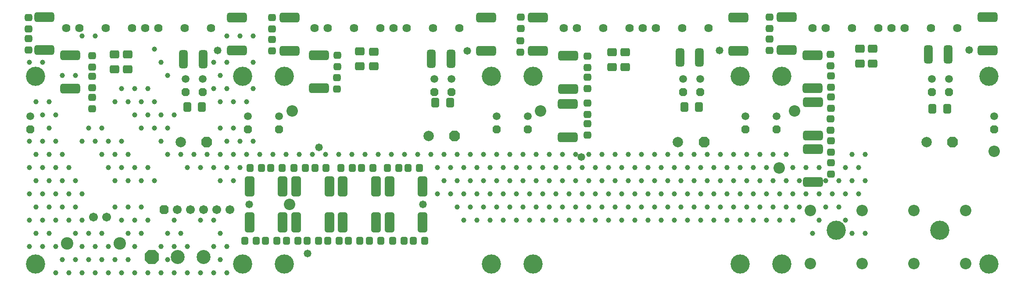
<source format=gbr>
%TF.GenerationSoftware,Altium Limited,Altium Designer,21.6.4 (81)*%
G04 Layer_Color=8388736*
%FSLAX45Y45*%
%MOMM*%
%TF.SameCoordinates,E19561C2-E2DB-472D-B720-4EF24A879867*%
%TF.FilePolarity,Negative*%
%TF.FileFunction,Soldermask,Top*%
%TF.Part,Single*%
G01*
G75*
%TA.AperFunction,ComponentPad*%
%ADD36C,1.62560*%
%ADD37C,2.20320*%
G04:AMPARAMS|DCode=38|XSize=2.0032mm|YSize=2.0032mm|CornerRadius=0mm|HoleSize=0mm|Usage=FLASHONLY|Rotation=180.000|XOffset=0mm|YOffset=0mm|HoleType=Round|Shape=Octagon|*
%AMOCTAGOND38*
4,1,8,-1.00160,0.50080,-1.00160,-0.50080,-0.50080,-1.00160,0.50080,-1.00160,1.00160,-0.50080,1.00160,0.50080,0.50080,1.00160,-0.50080,1.00160,-1.00160,0.50080,0.0*
%
%ADD38OCTAGOND38*%

%ADD39C,2.00320*%
%ADD40C,1.70320*%
G04:AMPARAMS|DCode=41|XSize=1.7032mm|YSize=1.7032mm|CornerRadius=0mm|HoleSize=0mm|Usage=FLASHONLY|Rotation=180.000|XOffset=0mm|YOffset=0mm|HoleType=Round|Shape=Octagon|*
%AMOCTAGOND41*
4,1,8,-0.85160,0.42580,-0.85160,-0.42580,-0.42580,-0.85160,0.42580,-0.85160,0.85160,-0.42580,0.85160,0.42580,0.42580,0.85160,-0.42580,0.85160,-0.85160,0.42580,0.0*
%
%ADD41OCTAGOND41*%

%ADD42C,2.40320*%
G04:AMPARAMS|DCode=43|XSize=1.5032mm|YSize=1.5032mm|CornerRadius=0mm|HoleSize=0mm|Usage=FLASHONLY|Rotation=270.000|XOffset=0mm|YOffset=0mm|HoleType=Round|Shape=Octagon|*
%AMOCTAGOND43*
4,1,8,-0.37580,-0.75160,0.37580,-0.75160,0.75160,-0.37580,0.75160,0.37580,0.37580,0.75160,-0.37580,0.75160,-0.75160,0.37580,-0.75160,-0.37580,-0.37580,-0.75160,0.0*
%
%ADD43OCTAGOND43*%

%ADD44C,1.50320*%
%ADD45C,3.70320*%
%TA.AperFunction,ViaPad*%
%ADD46C,3.70320*%
%TA.AperFunction,ComponentPad*%
G04:AMPARAMS|DCode=47|XSize=2.7032mm|YSize=2.7032mm|CornerRadius=0mm|HoleSize=0mm|Usage=FLASHONLY|Rotation=0.000|XOffset=0mm|YOffset=0mm|HoleType=Round|Shape=Octagon|*
%AMOCTAGOND47*
4,1,8,1.35160,-0.67580,1.35160,0.67580,0.67580,1.35160,-0.67580,1.35160,-1.35160,0.67580,-1.35160,-0.67580,-0.67580,-1.35160,0.67580,-1.35160,1.35160,-0.67580,0.0*
%
%ADD47OCTAGOND47*%

%ADD48C,2.70320*%
%TA.AperFunction,ViaPad*%
%ADD49C,1.00320*%
%ADD50C,1.47320*%
%TA.AperFunction,SMDPad,CuDef*%
G04:AMPARAMS|DCode=53|XSize=3.9032mm|YSize=1.9032mm|CornerRadius=0.5266mm|HoleSize=0mm|Usage=FLASHONLY|Rotation=90.000|XOffset=0mm|YOffset=0mm|HoleType=Round|Shape=RoundedRectangle|*
%AMROUNDEDRECTD53*
21,1,3.90320,0.85000,0,0,90.0*
21,1,2.85000,1.90320,0,0,90.0*
1,1,1.05320,0.42500,1.42500*
1,1,1.05320,0.42500,-1.42500*
1,1,1.05320,-0.42500,-1.42500*
1,1,1.05320,-0.42500,1.42500*
%
%ADD53ROUNDEDRECTD53*%
G04:AMPARAMS|DCode=54|XSize=1.4032mm|YSize=1.5032mm|CornerRadius=0.4016mm|HoleSize=0mm|Usage=FLASHONLY|Rotation=90.000|XOffset=0mm|YOffset=0mm|HoleType=Round|Shape=RoundedRectangle|*
%AMROUNDEDRECTD54*
21,1,1.40320,0.70000,0,0,90.0*
21,1,0.60000,1.50320,0,0,90.0*
1,1,0.80320,0.35000,0.30000*
1,1,0.80320,0.35000,-0.30000*
1,1,0.80320,-0.35000,-0.30000*
1,1,0.80320,-0.35000,0.30000*
%
%ADD54ROUNDEDRECTD54*%
G04:AMPARAMS|DCode=55|XSize=3.5032mm|YSize=1.7032mm|CornerRadius=0.4766mm|HoleSize=0mm|Usage=FLASHONLY|Rotation=90.000|XOffset=0mm|YOffset=0mm|HoleType=Round|Shape=RoundedRectangle|*
%AMROUNDEDRECTD55*
21,1,3.50320,0.75000,0,0,90.0*
21,1,2.55000,1.70320,0,0,90.0*
1,1,0.95320,0.37500,1.27500*
1,1,0.95320,0.37500,-1.27500*
1,1,0.95320,-0.37500,-1.27500*
1,1,0.95320,-0.37500,1.27500*
%
%ADD55ROUNDEDRECTD55*%
G04:AMPARAMS|DCode=56|XSize=1.4032mm|YSize=1.5032mm|CornerRadius=0.4016mm|HoleSize=0mm|Usage=FLASHONLY|Rotation=180.000|XOffset=0mm|YOffset=0mm|HoleType=Round|Shape=RoundedRectangle|*
%AMROUNDEDRECTD56*
21,1,1.40320,0.70000,0,0,180.0*
21,1,0.60000,1.50320,0,0,180.0*
1,1,0.80320,-0.30000,0.35000*
1,1,0.80320,0.30000,0.35000*
1,1,0.80320,0.30000,-0.35000*
1,1,0.80320,-0.30000,-0.35000*
%
%ADD56ROUNDEDRECTD56*%
G04:AMPARAMS|DCode=57|XSize=3.9032mm|YSize=1.9032mm|CornerRadius=0.5266mm|HoleSize=0mm|Usage=FLASHONLY|Rotation=180.000|XOffset=0mm|YOffset=0mm|HoleType=Round|Shape=RoundedRectangle|*
%AMROUNDEDRECTD57*
21,1,3.90320,0.85000,0,0,180.0*
21,1,2.85000,1.90320,0,0,180.0*
1,1,1.05320,-1.42500,0.42500*
1,1,1.05320,1.42500,0.42500*
1,1,1.05320,1.42500,-0.42500*
1,1,1.05320,-1.42500,-0.42500*
%
%ADD57ROUNDEDRECTD57*%
G04:AMPARAMS|DCode=58|XSize=1.9032mm|YSize=1.6032mm|CornerRadius=0.4516mm|HoleSize=0mm|Usage=FLASHONLY|Rotation=180.000|XOffset=0mm|YOffset=0mm|HoleType=Round|Shape=RoundedRectangle|*
%AMROUNDEDRECTD58*
21,1,1.90320,0.70000,0,0,180.0*
21,1,1.00000,1.60320,0,0,180.0*
1,1,0.90320,-0.50000,0.35000*
1,1,0.90320,0.50000,0.35000*
1,1,0.90320,0.50000,-0.35000*
1,1,0.90320,-0.50000,-0.35000*
%
%ADD58ROUNDEDRECTD58*%
G04:AMPARAMS|DCode=59|XSize=1.9032mm|YSize=1.6032mm|CornerRadius=0.4516mm|HoleSize=0mm|Usage=FLASHONLY|Rotation=90.000|XOffset=0mm|YOffset=0mm|HoleType=Round|Shape=RoundedRectangle|*
%AMROUNDEDRECTD59*
21,1,1.90320,0.70000,0,0,90.0*
21,1,1.00000,1.60320,0,0,90.0*
1,1,0.90320,0.35000,0.50000*
1,1,0.90320,0.35000,-0.50000*
1,1,0.90320,-0.35000,-0.50000*
1,1,0.90320,-0.35000,0.50000*
%
%ADD59ROUNDEDRECTD59*%
D36*
X18140680Y-398780D02*
D03*
X17632680D02*
D03*
X17124680D02*
D03*
X16870680D02*
D03*
X16616679D02*
D03*
X16108681D02*
D03*
X15600681D02*
D03*
X15346680D02*
D03*
X13335001D02*
D03*
X12827000D02*
D03*
X12319000D02*
D03*
X12065000D02*
D03*
X11811000D02*
D03*
X11303000D02*
D03*
X10795000D02*
D03*
X10541000D02*
D03*
X3738880D02*
D03*
X3230880D02*
D03*
X2722880D02*
D03*
X2468880D02*
D03*
X2214880D02*
D03*
X1706880D02*
D03*
X1198880D02*
D03*
X944880D02*
D03*
X5737860D02*
D03*
X5991860D02*
D03*
X6499860D02*
D03*
X7007860D02*
D03*
X7261860D02*
D03*
X7515860D02*
D03*
X8023860D02*
D03*
X8531860D02*
D03*
D37*
X14700000Y-3100000D02*
D03*
X15000000Y-2000000D02*
D03*
X18850000Y-2775000D02*
D03*
X10100000Y-2000000D02*
D03*
X5300000D02*
D03*
X18300000Y-3920000D02*
D03*
X17300000D02*
D03*
X18300000Y-4940000D02*
D03*
X17300000D02*
D03*
X16300000Y-3920000D02*
D03*
X15300000D02*
D03*
X16300000Y-4940000D02*
D03*
X15300000D02*
D03*
X5250000Y-3800000D02*
D03*
D38*
X13250000Y-2600000D02*
D03*
X18050000D02*
D03*
X8438960Y-2476500D02*
D03*
X3650000Y-2600000D02*
D03*
D39*
X12750000D02*
D03*
X17550000D02*
D03*
X7938960Y-2476500D02*
D03*
X3150000Y-2600000D02*
D03*
D40*
X4102100Y-3903980D02*
D03*
X3848100D02*
D03*
X3594100D02*
D03*
X3340100D02*
D03*
X3086100D02*
D03*
X1467000Y-4042000D02*
D03*
X1721000D02*
D03*
D41*
X2832100Y-3903980D02*
D03*
D42*
X959000Y-4550000D02*
D03*
X1975000D02*
D03*
D43*
X14650000Y-2354000D02*
D03*
X17650000Y-1629000D02*
D03*
X17975000D02*
D03*
X18850000Y-2354000D02*
D03*
X9850000Y-2354000D02*
D03*
X12850000Y-1629000D02*
D03*
X13175000D02*
D03*
X14050000Y-2354000D02*
D03*
X5050000D02*
D03*
X8050000Y-1629000D02*
D03*
X8375000D02*
D03*
X9250000Y-2354000D02*
D03*
X3250000Y-1629000D02*
D03*
X3575000Y-1629000D02*
D03*
X4450000Y-2354000D02*
D03*
X250000D02*
D03*
D44*
X14650000Y-2100000D02*
D03*
X17650000Y-1375000D02*
D03*
X17975000D02*
D03*
X18850000Y-2100000D02*
D03*
X9850000Y-2100000D02*
D03*
X12850000Y-1375000D02*
D03*
X13175000D02*
D03*
X14050000Y-2100000D02*
D03*
X5050000D02*
D03*
X8050000Y-1375000D02*
D03*
X8375000D02*
D03*
X9250000Y-2100000D02*
D03*
X3250000Y-1375000D02*
D03*
X3575000Y-1375000D02*
D03*
X4450000Y-2100000D02*
D03*
X250000D02*
D03*
D45*
X17800000Y-4300000D02*
D03*
X15800000D02*
D03*
D46*
X18750000Y-1325000D02*
D03*
X14750000D02*
D03*
X13950000Y-1325000D02*
D03*
X9950000D02*
D03*
X9150000D02*
D03*
X5150000D02*
D03*
X4350000Y-1325000D02*
D03*
X18750000Y-4950000D02*
D03*
X4350000D02*
D03*
X14750000Y-4950000D02*
D03*
X5150000Y-4950000D02*
D03*
X9150000D02*
D03*
X350000D02*
D03*
X13950000D02*
D03*
X9950000D02*
D03*
X350000Y-1325000D02*
D03*
D47*
X2597530Y-4814570D02*
D03*
D48*
X3097530D02*
D03*
X3597530D02*
D03*
D49*
X16361000Y-2832000D02*
D03*
X16234000Y-3086000D02*
D03*
X16361000Y-3340000D02*
D03*
X16234000Y-3594000D02*
D03*
X16361000Y-4356000D02*
D03*
X16107001Y-2832000D02*
D03*
X15980000Y-3086000D02*
D03*
X16107001Y-3340000D02*
D03*
X15980000Y-3594000D02*
D03*
Y-4102000D02*
D03*
X16107001Y-4356000D02*
D03*
X15853000Y-3340000D02*
D03*
X15725999Y-3594000D02*
D03*
X15853000Y-3848000D02*
D03*
X15472000Y-3086000D02*
D03*
X15599001Y-3340000D02*
D03*
X15472000Y-3594000D02*
D03*
X15599001Y-3848000D02*
D03*
X15472000Y-4102000D02*
D03*
X15217999Y-3086000D02*
D03*
Y-3594000D02*
D03*
X15345000Y-4356000D02*
D03*
X14964000Y-3086000D02*
D03*
X15091000Y-3340000D02*
D03*
X14964000Y-3594000D02*
D03*
X15091000Y-3848000D02*
D03*
X14964000Y-4102000D02*
D03*
X14837000Y-2832000D02*
D03*
X14710001Y-3086000D02*
D03*
X14837000Y-3340000D02*
D03*
X14710001Y-3594000D02*
D03*
X14837000Y-3848000D02*
D03*
X14710001Y-4102000D02*
D03*
X14583000Y-2832000D02*
D03*
X14456000Y-3086000D02*
D03*
X14583000Y-3340000D02*
D03*
X14456000Y-3594000D02*
D03*
X14583000Y-3848000D02*
D03*
X14456000Y-4102000D02*
D03*
X14328999Y-2832000D02*
D03*
X14202000Y-3086000D02*
D03*
X14328999Y-3340000D02*
D03*
X14202000Y-3594000D02*
D03*
X14328999Y-3848000D02*
D03*
X14202000Y-4102000D02*
D03*
X14075000Y-2832000D02*
D03*
X13948000Y-3086000D02*
D03*
X14075000Y-3340000D02*
D03*
X13948000Y-3594000D02*
D03*
X14075000Y-3848000D02*
D03*
X13948000Y-4102000D02*
D03*
X13821001Y-2832000D02*
D03*
X13694000Y-3086000D02*
D03*
X13821001Y-3340000D02*
D03*
X13694000Y-3594000D02*
D03*
X13821001Y-3848000D02*
D03*
X13694000Y-4102000D02*
D03*
X13567000Y-2832000D02*
D03*
X13439999Y-3086000D02*
D03*
X13567000Y-3340000D02*
D03*
X13439999Y-3594000D02*
D03*
X13567000Y-3848000D02*
D03*
X13439999Y-4102000D02*
D03*
X13313000Y-2832000D02*
D03*
X13186000Y-3086000D02*
D03*
X13313000Y-3340000D02*
D03*
X13186000Y-3594000D02*
D03*
X13313000Y-3848000D02*
D03*
X13186000Y-4102000D02*
D03*
X13059000Y-2832000D02*
D03*
X12932001Y-3086000D02*
D03*
X13059000Y-3340000D02*
D03*
X12932001Y-3594000D02*
D03*
X13059000Y-3848000D02*
D03*
X12932001Y-4102000D02*
D03*
X12805000Y-2832000D02*
D03*
X12678000Y-3086000D02*
D03*
X12805000Y-3340000D02*
D03*
X12678000Y-3594000D02*
D03*
X12805000Y-3848000D02*
D03*
X12678000Y-4102000D02*
D03*
X12551000Y-2832000D02*
D03*
X12424000Y-3086000D02*
D03*
X12551000Y-3340000D02*
D03*
X12424000Y-3594000D02*
D03*
X12551000Y-3848000D02*
D03*
X12424000Y-4102000D02*
D03*
X12297000Y-2832000D02*
D03*
X12170000Y-3086000D02*
D03*
X12297000Y-3340000D02*
D03*
X12170000Y-3594000D02*
D03*
X12297000Y-3848000D02*
D03*
X12170000Y-4102000D02*
D03*
X12043000Y-2832000D02*
D03*
X11916000Y-3086000D02*
D03*
X12043000Y-3340000D02*
D03*
X11916000Y-3594000D02*
D03*
X12043000Y-3848000D02*
D03*
X11916000Y-4102000D02*
D03*
X11789000Y-2832000D02*
D03*
X11662000Y-3086000D02*
D03*
X11789000Y-3340000D02*
D03*
X11662000Y-3594000D02*
D03*
X11789000Y-3848000D02*
D03*
X11662000Y-4102000D02*
D03*
X11535000Y-2832000D02*
D03*
X11408000Y-3086000D02*
D03*
X11535000Y-3340000D02*
D03*
X11408000Y-3594000D02*
D03*
X11535000Y-3848000D02*
D03*
X11408000Y-4102000D02*
D03*
X11281000Y-2832000D02*
D03*
X11154000Y-3086000D02*
D03*
X11281000Y-3340000D02*
D03*
X11154000Y-3594000D02*
D03*
X11281000Y-3848000D02*
D03*
X11154000Y-4102000D02*
D03*
X11027000Y-2832000D02*
D03*
X10900000Y-3086000D02*
D03*
X11027000Y-3340000D02*
D03*
X10900000Y-3594000D02*
D03*
X11027000Y-3848000D02*
D03*
X10900000Y-4102000D02*
D03*
X10773000Y-2832000D02*
D03*
X10646000Y-3086000D02*
D03*
X10773000Y-3340000D02*
D03*
X10646000Y-3594000D02*
D03*
X10773000Y-3848000D02*
D03*
X10646000Y-4102000D02*
D03*
X10519000Y-2832000D02*
D03*
X10392000Y-3086000D02*
D03*
X10519000Y-3340000D02*
D03*
X10392000Y-3594000D02*
D03*
X10519000Y-3848000D02*
D03*
X10392000Y-4102000D02*
D03*
X10265000Y-2832000D02*
D03*
X10138000Y-3086000D02*
D03*
X10265000Y-3340000D02*
D03*
X10138000Y-3594000D02*
D03*
X10265000Y-3848000D02*
D03*
X10138000Y-4102000D02*
D03*
X10011000Y-2832000D02*
D03*
X9884000Y-3086000D02*
D03*
X10011000Y-3340000D02*
D03*
X9884000Y-3594000D02*
D03*
X10011000Y-3848000D02*
D03*
X9884000Y-4102000D02*
D03*
X9757000Y-2832000D02*
D03*
X9630000Y-3086000D02*
D03*
X9757000Y-3340000D02*
D03*
X9630000Y-3594000D02*
D03*
X9757000Y-3848000D02*
D03*
X9630000Y-4102000D02*
D03*
X9503000Y-2832000D02*
D03*
X9376000Y-3086000D02*
D03*
X9503000Y-3340000D02*
D03*
X9376000Y-3594000D02*
D03*
X9503000Y-3848000D02*
D03*
X9376000Y-4102000D02*
D03*
X9249000Y-2832000D02*
D03*
X9122000Y-3086000D02*
D03*
X9249000Y-3340000D02*
D03*
X9122000Y-3594000D02*
D03*
X9249000Y-3848000D02*
D03*
X9122000Y-4102000D02*
D03*
X8995000Y-2832000D02*
D03*
X8868000Y-3086000D02*
D03*
X8995000Y-3340000D02*
D03*
X8868000Y-3594000D02*
D03*
X8995000Y-3848000D02*
D03*
X8868000Y-4102000D02*
D03*
X8741000Y-2832000D02*
D03*
X8614000Y-3086000D02*
D03*
X8741000Y-3340000D02*
D03*
X8614000Y-3594000D02*
D03*
X8741000Y-3848000D02*
D03*
X8614000Y-4102000D02*
D03*
X8487000Y-2832000D02*
D03*
X8360000Y-3086000D02*
D03*
X8487000Y-3340000D02*
D03*
X8360000Y-3594000D02*
D03*
X8487000Y-3848000D02*
D03*
X8233000Y-2832000D02*
D03*
X8106000Y-3086000D02*
D03*
X8233000Y-3340000D02*
D03*
X8106000Y-3594000D02*
D03*
X7979000Y-2832000D02*
D03*
X7725000D02*
D03*
X7471000D02*
D03*
X7217000D02*
D03*
X6963000D02*
D03*
X6709000D02*
D03*
X6455000D02*
D03*
X6201000D02*
D03*
X5947000D02*
D03*
X5693000D02*
D03*
X5439000D02*
D03*
X5185000D02*
D03*
X4931000D02*
D03*
X4550000Y-546000D02*
D03*
Y-1054000D02*
D03*
Y-1562000D02*
D03*
Y-2578000D02*
D03*
X4677000Y-2832000D02*
D03*
X4296000Y-546000D02*
D03*
X4423000Y-1816000D02*
D03*
X4296000Y-2578000D02*
D03*
X4423000Y-2832000D02*
D03*
X4296000Y-3086000D02*
D03*
X4042000Y-546000D02*
D03*
Y-1054000D02*
D03*
Y-1562000D02*
D03*
X4169000Y-1816000D02*
D03*
Y-2324000D02*
D03*
X4042000Y-2578000D02*
D03*
X4169000Y-2832000D02*
D03*
X4042000Y-3086000D02*
D03*
X4169000Y-3340000D02*
D03*
X4042000Y-4610000D02*
D03*
Y-5118000D02*
D03*
X3788000Y-1054000D02*
D03*
X3915000Y-1308000D02*
D03*
X3788000Y-1562000D02*
D03*
X3915000Y-1816000D02*
D03*
Y-2324000D02*
D03*
Y-2832000D02*
D03*
X3788000Y-3086000D02*
D03*
X3915000Y-3340000D02*
D03*
X3788000Y-4102000D02*
D03*
X3915000Y-4356000D02*
D03*
X3788000Y-4610000D02*
D03*
X3915000Y-4864000D02*
D03*
X3788000Y-5118000D02*
D03*
X3661000Y-2832000D02*
D03*
X3534000Y-3086000D02*
D03*
Y-4102000D02*
D03*
Y-5118000D02*
D03*
X3407000Y-2832000D02*
D03*
X3280000Y-3086000D02*
D03*
Y-4610000D02*
D03*
Y-5118000D02*
D03*
X3026000Y-2070000D02*
D03*
X3153000Y-2832000D02*
D03*
X3026000Y-4102000D02*
D03*
X3153000Y-4356000D02*
D03*
X3026000Y-4610000D02*
D03*
Y-5118000D02*
D03*
X2772000Y-1054000D02*
D03*
X2899000Y-1308000D02*
D03*
X2772000Y-2070000D02*
D03*
X2899000Y-2324000D02*
D03*
X2772000Y-2578000D02*
D03*
X2899000Y-2832000D02*
D03*
Y-4356000D02*
D03*
X2772000Y-4610000D02*
D03*
X2899000Y-4864000D02*
D03*
X2772000Y-5118000D02*
D03*
X2645000Y-800000D02*
D03*
X2518000Y-1562000D02*
D03*
X2645000Y-1816000D02*
D03*
X2518000Y-2070000D02*
D03*
X2645000Y-2324000D02*
D03*
X2518000Y-3086000D02*
D03*
X2645000Y-3340000D02*
D03*
X2518000Y-4102000D02*
D03*
Y-5118000D02*
D03*
X2264000Y-1562000D02*
D03*
X2391000Y-1816000D02*
D03*
X2264000Y-2070000D02*
D03*
X2391000Y-2324000D02*
D03*
X2264000Y-3086000D02*
D03*
X2391000Y-3340000D02*
D03*
Y-3848000D02*
D03*
X2264000Y-4102000D02*
D03*
X2391000Y-4356000D02*
D03*
X2264000Y-4610000D02*
D03*
Y-5118000D02*
D03*
X2010000Y-1562000D02*
D03*
X2137000Y-1816000D02*
D03*
X2010000Y-2578000D02*
D03*
X2137000Y-2832000D02*
D03*
X2010000Y-3086000D02*
D03*
X2137000Y-3340000D02*
D03*
Y-3848000D02*
D03*
X2010000Y-4102000D02*
D03*
X2137000Y-4356000D02*
D03*
Y-4864000D02*
D03*
X2010000Y-5118000D02*
D03*
X1883000Y-1816000D02*
D03*
X1756000Y-2578000D02*
D03*
X1883000Y-2832000D02*
D03*
X1756000Y-3086000D02*
D03*
X1883000Y-3340000D02*
D03*
Y-3848000D02*
D03*
X1756000Y-4610000D02*
D03*
X1883000Y-4864000D02*
D03*
X1756000Y-5118000D02*
D03*
X1502000Y-546000D02*
D03*
X1629000Y-2324000D02*
D03*
X1502000Y-2578000D02*
D03*
X1629000Y-2832000D02*
D03*
Y-4356000D02*
D03*
X1502000Y-4610000D02*
D03*
X1629000Y-4864000D02*
D03*
X1502000Y-5118000D02*
D03*
X1248000Y-546000D02*
D03*
X1375000Y-2324000D02*
D03*
X1248000Y-2578000D02*
D03*
Y-3594000D02*
D03*
Y-4102000D02*
D03*
X1375000Y-4356000D02*
D03*
X1248000Y-4610000D02*
D03*
X1375000Y-4864000D02*
D03*
X1248000Y-5118000D02*
D03*
X1121000Y-1308000D02*
D03*
X994000Y-3086000D02*
D03*
X1121000Y-3340000D02*
D03*
X994000Y-3594000D02*
D03*
X1121000Y-3848000D02*
D03*
X994000Y-4102000D02*
D03*
X1121000Y-4356000D02*
D03*
Y-4864000D02*
D03*
X994000Y-5118000D02*
D03*
X867000Y-1308000D02*
D03*
X740000Y-2070000D02*
D03*
Y-2578000D02*
D03*
X867000Y-2832000D02*
D03*
X740000Y-3086000D02*
D03*
X867000Y-3340000D02*
D03*
X740000Y-3594000D02*
D03*
X867000Y-3848000D02*
D03*
X740000Y-4102000D02*
D03*
Y-4610000D02*
D03*
X867000Y-4864000D02*
D03*
X740000Y-5118000D02*
D03*
X486000Y-1054000D02*
D03*
X613000Y-1816000D02*
D03*
X486000Y-2070000D02*
D03*
X613000Y-2324000D02*
D03*
X486000Y-2578000D02*
D03*
X613000Y-2832000D02*
D03*
X486000Y-3086000D02*
D03*
X613000Y-3340000D02*
D03*
X486000Y-3594000D02*
D03*
X613000Y-3848000D02*
D03*
X486000Y-4102000D02*
D03*
X613000Y-4356000D02*
D03*
X486000Y-4610000D02*
D03*
X232000Y-1054000D02*
D03*
X359000Y-1816000D02*
D03*
X232000Y-2578000D02*
D03*
X359000Y-2832000D02*
D03*
X232000Y-3086000D02*
D03*
X359000Y-3340000D02*
D03*
X232000Y-3594000D02*
D03*
X359000Y-3848000D02*
D03*
X232000Y-4102000D02*
D03*
X359000Y-4356000D02*
D03*
X232000Y-4610000D02*
D03*
D50*
X13550861Y-828040D02*
D03*
X7825000Y-3800000D02*
D03*
X5600000Y-4750000D02*
D03*
X4475000Y-3800000D02*
D03*
X10883900Y-2882900D02*
D03*
X5821680Y-2702560D02*
D03*
X18366701Y-822920D02*
D03*
X8684220Y-835660D02*
D03*
X3865840Y-830580D02*
D03*
D53*
X4480000Y-3450000D02*
D03*
X5120000D02*
D03*
X6280000Y-4150000D02*
D03*
X6920000D02*
D03*
X5380000D02*
D03*
X6020000D02*
D03*
X7180000D02*
D03*
X7820000D02*
D03*
Y-3450000D02*
D03*
X7180000D02*
D03*
X5380000D02*
D03*
X6020000D02*
D03*
X5120000Y-4150000D02*
D03*
X4480000D02*
D03*
X6280000Y-3450000D02*
D03*
X6920000D02*
D03*
D54*
X1445260Y-1545100D02*
D03*
Y-1325100D02*
D03*
X1442720Y-926320D02*
D03*
Y-1146320D02*
D03*
X1445260Y-1949740D02*
D03*
Y-1729740D02*
D03*
X11000000Y-2060000D02*
D03*
Y-1840000D02*
D03*
Y-2460000D02*
D03*
Y-2240000D02*
D03*
X15699741Y-3212120D02*
D03*
Y-2992120D02*
D03*
X15697200Y-2794780D02*
D03*
Y-2574780D02*
D03*
X15694659Y-2368840D02*
D03*
Y-2148840D02*
D03*
X15699741Y-1948960D02*
D03*
Y-1728960D02*
D03*
X15697200Y-1537480D02*
D03*
Y-1317480D02*
D03*
X15694659Y-1126000D02*
D03*
Y-906000D02*
D03*
X14516100Y-828820D02*
D03*
Y-608820D02*
D03*
X14513560Y-407180D02*
D03*
Y-187180D02*
D03*
X11000000Y-1560000D02*
D03*
Y-1340000D02*
D03*
Y-1160000D02*
D03*
Y-940000D02*
D03*
X9710420Y-864380D02*
D03*
Y-644380D02*
D03*
X9715500Y-407180D02*
D03*
Y-187180D02*
D03*
X6164580Y-1570500D02*
D03*
Y-1350500D02*
D03*
X6177280Y-1144560D02*
D03*
Y-924560D02*
D03*
X4917440Y-833900D02*
D03*
Y-613900D02*
D03*
Y-415580D02*
D03*
Y-195580D02*
D03*
X216640Y-821140D02*
D03*
Y-601140D02*
D03*
X219180Y-412200D02*
D03*
Y-192200D02*
D03*
D55*
X3583440Y-1000760D02*
D03*
X3203440D02*
D03*
X17579340Y-906780D02*
D03*
X17959340D02*
D03*
X7986260Y-988060D02*
D03*
X8366260D02*
D03*
X12784320Y-962660D02*
D03*
X13164320D02*
D03*
D56*
X5410000Y-4500000D02*
D03*
X5190000D02*
D03*
X5010000D02*
D03*
X4790000D02*
D03*
X4610000D02*
D03*
X4390000D02*
D03*
X5110000Y-3100000D02*
D03*
X4890000D02*
D03*
X4710000D02*
D03*
X4490000D02*
D03*
X6210000Y-4500000D02*
D03*
X5990000D02*
D03*
X7010000D02*
D03*
X6790000D02*
D03*
X6610000D02*
D03*
X6390000D02*
D03*
X5810000D02*
D03*
X5590000D02*
D03*
X7760000Y-3100000D02*
D03*
X7540000D02*
D03*
X7460000Y-4500000D02*
D03*
X7240000D02*
D03*
X7860000D02*
D03*
X7640000D02*
D03*
X7360000Y-3100000D02*
D03*
X7140000D02*
D03*
X5560000D02*
D03*
X5340000D02*
D03*
X5960000D02*
D03*
X5740000D02*
D03*
X6460000D02*
D03*
X6240000D02*
D03*
X6640000D02*
D03*
X6860000D02*
D03*
D57*
X15350000Y-1830000D02*
D03*
Y-2470000D02*
D03*
Y-2730000D02*
D03*
Y-3370000D02*
D03*
X1021080Y-922060D02*
D03*
Y-1562060D02*
D03*
X520700Y-180340D02*
D03*
Y-820340D02*
D03*
X4239260Y-830580D02*
D03*
Y-190580D02*
D03*
X18724879Y-827960D02*
D03*
Y-187960D02*
D03*
X15349220Y-1559480D02*
D03*
Y-919480D02*
D03*
X14843761Y-822880D02*
D03*
Y-182880D02*
D03*
X5252720Y-835660D02*
D03*
Y-195660D02*
D03*
X9042400Y-835660D02*
D03*
Y-195660D02*
D03*
X10623740Y-2501860D02*
D03*
Y-1861860D02*
D03*
X10627360Y-1569640D02*
D03*
Y-929640D02*
D03*
X13911580Y-833080D02*
D03*
Y-193080D02*
D03*
X10045700Y-833080D02*
D03*
Y-193080D02*
D03*
X5821680Y-1556940D02*
D03*
Y-916940D02*
D03*
D58*
X16507460Y-1079760D02*
D03*
Y-794760D02*
D03*
X16256000D02*
D03*
Y-1079760D02*
D03*
X2128520Y-906520D02*
D03*
Y-1191520D02*
D03*
X6611620Y-848360D02*
D03*
Y-1133360D02*
D03*
X6875780Y-1135640D02*
D03*
Y-850640D02*
D03*
X1877060Y-903980D02*
D03*
Y-1188980D02*
D03*
X11732260Y-1145800D02*
D03*
Y-860800D02*
D03*
X11478260D02*
D03*
Y-1145800D02*
D03*
D59*
X17942500Y-1950000D02*
D03*
X17657500D02*
D03*
X8351780Y-1838960D02*
D03*
X8066780D02*
D03*
X3561340Y-1922780D02*
D03*
X3276340D02*
D03*
X13154919Y-1920240D02*
D03*
X12869920D02*
D03*
%TF.MD5,c9b1e919169309bd276161f1b5d3c803*%
M02*

</source>
